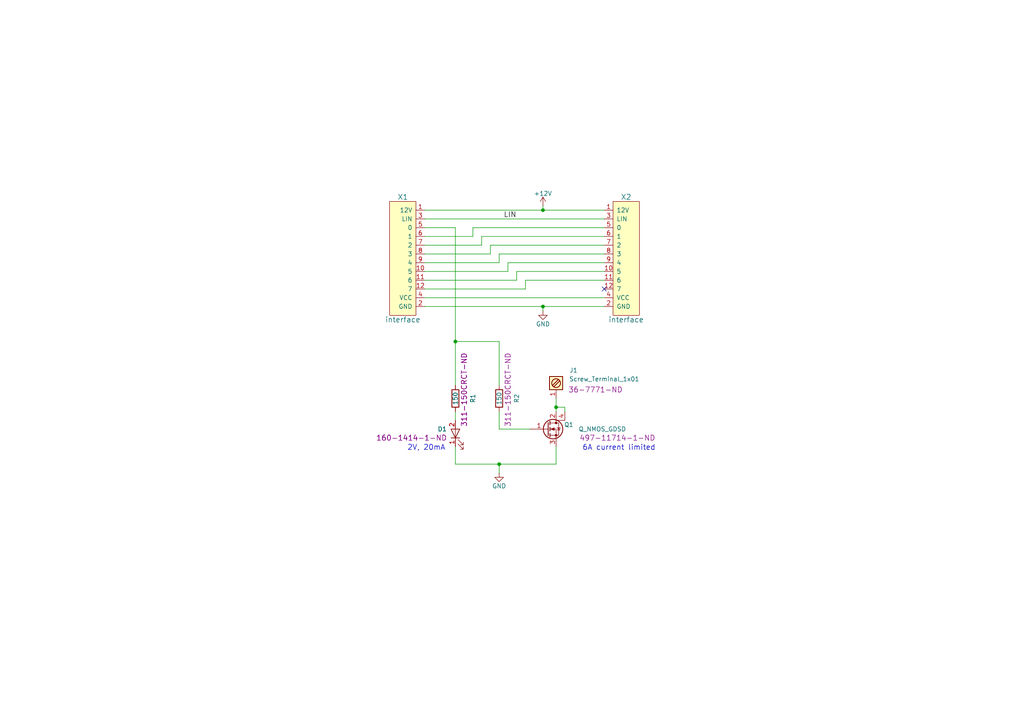
<source format=kicad_sch>
(kicad_sch (version 20230121) (generator eeschema)
  (paper "A4")
  (lib_symbols
    (symbol "interface:interface" (pin_names (offset 1.016))
      (property "Reference" "X" (at 0 17.78 0))
      (property "Value" "interface" (at 0 -17.78 0))
      (symbol "interface_0_1"
        (rectangle (start 3.81 16.51) (end -3.81 -16.51) (fill (type background)))
      )
      (symbol "interface_1_1"
        (pin bidirectional line (at 6.35 13.97 180) (length 2.54) (name "12V") (number "1"))
        (pin bidirectional line (at 6.35 -3.81 180) (length 2.54) (name "5") (number "10"))
        (pin bidirectional line (at 6.35 -6.35 180) (length 2.54) (name "6") (number "11"))
        (pin bidirectional line (at 6.35 -8.89 180) (length 2.54) (name "7") (number "12"))
        (pin bidirectional line (at 6.35 -13.97 180) (length 2.54) (name "GND") (number "2"))
        (pin bidirectional line (at 6.35 11.43 180) (length 2.54) (name "LIN") (number "3"))
        (pin input line (at 6.35 -11.43 180) (length 2.54) (name "VCC") (number "4"))
        (pin bidirectional line (at 6.35 8.89 180) (length 2.54) (name "0") (number "5"))
        (pin bidirectional line (at 6.35 6.35 180) (length 2.54) (name "1") (number "6"))
        (pin bidirectional line (at 6.35 3.81 180) (length 2.54) (name "2") (number "7"))
        (pin bidirectional line (at 6.35 1.27 180) (length 2.54) (name "3") (number "8"))
        (pin bidirectional line (at 6.35 -1.27 180) (length 2.54) (name "4") (number "9"))
      )
    )
    (symbol "switch-lowside-6a-rescue:+12V" (power) (pin_names (offset 0))
      (property "Value" "+12V" (at 0 3.556 0))
      (symbol "+12V_0_1"
        (polyline (pts (xy -0.762 1.27) (xy 0 2.54)))
        (polyline (pts (xy 0 0) (xy 0 2.54)))
        (polyline (pts (xy 0 2.54) (xy 0.762 1.27)))
      )
      (symbol "+12V_1_1"
        (pin power_in line (at 0 0 90) (length 0) hide (name "+12V") (number "1"))
      )
    )
    (symbol "switch-lowside-6a-rescue:GND" (power) (pin_names (offset 0))
      (property "Value" "GND" (at 0 -3.81 0))
      (symbol "GND_0_1"
        (polyline (pts (xy 0 0) (xy 0 -1.27) (xy 1.27 -1.27) (xy 0 -2.54) (xy -1.27 -1.27) (xy 0 -1.27)))
      )
      (symbol "GND_1_1"
        (pin power_in line (at 0 0 270) (length 0) hide (name "GND") (number "1"))
      )
    )
    (symbol "switch-lowside-6a-rescue:LED" (pin_names (offset 1.016) hide)
      (property "Reference" "D" (at 0 2.54 0))
      (property "Value" "LED" (at 0 -2.54 0))
      (symbol "LED_0_1"
        (polyline (pts (xy -1.27 -1.27) (xy -1.27 1.27)) (stroke (width 0.2032)))
        (polyline (pts (xy -1.27 0) (xy 1.27 0)))
        (polyline (pts (xy 1.27 -1.27) (xy 1.27 1.27) (xy -1.27 0) (xy 1.27 -1.27)) (stroke (width 0.2032)))
        (polyline (pts (xy -3.048 -0.762) (xy -4.572 -2.286) (xy -3.81 -2.286) (xy -4.572 -2.286) (xy -4.572 -1.524)))
        (polyline (pts (xy -1.778 -0.762) (xy -3.302 -2.286) (xy -2.54 -2.286) (xy -3.302 -2.286) (xy -3.302 -1.524)))
      )
      (symbol "LED_1_1"
        (pin passive line (at -3.81 0 0) (length 2.54) (name "K") (number "1"))
        (pin passive line (at 3.81 0 180) (length 2.54) (name "A") (number "2"))
      )
    )
    (symbol "switch-lowside-6a-rescue:Q_NMOS_GDSD" (pin_names (offset 0) hide)
      (property "Reference" "Q" (at 5.08 1.27 0))
      (property "Value" "Q_NMOS_GDSD" (at 5.08 -1.27 0))
      (symbol "Q_NMOS_GDSD_0_1"
        (polyline (pts (xy 0.762 -1.778) (xy 2.54 -1.778)))
        (polyline (pts (xy 0.762 -1.27) (xy 0.762 -2.286)) (stroke (width 0.254)))
        (polyline (pts (xy 0.762 0) (xy 2.54 0)))
        (polyline (pts (xy 0.762 0.508) (xy 0.762 -0.508)) (stroke (width 0.254)))
        (polyline (pts (xy 0.762 1.778) (xy 2.54 1.778)))
        (polyline (pts (xy 0.762 2.286) (xy 0.762 1.27)) (stroke (width 0.254)))
        (polyline (pts (xy 2.54 -1.778) (xy 2.54 -2.54)))
        (polyline (pts (xy 2.54 -1.778) (xy 2.54 0)))
        (polyline (pts (xy 2.54 2.54) (xy 2.54 1.778)))
        (polyline (pts (xy 2.54 2.54) (xy 5.08 2.54)))
        (polyline (pts (xy 0.254 1.905) (xy 0.254 -1.905) (xy 0.254 -1.905)) (stroke (width 0.254)))
        (polyline (pts (xy 1.016 0) (xy 2.032 0.381) (xy 2.032 -0.381) (xy 1.016 0)) (fill (type outline)))
        (polyline (pts (xy 2.54 -1.778) (xy 3.302 -1.778) (xy 3.302 1.778) (xy 2.54 1.778)))
        (polyline (pts (xy 2.794 0.508) (xy 2.921 0.381) (xy 3.683 0.381) (xy 3.81 0.254)))
        (polyline (pts (xy 3.302 0.381) (xy 2.921 -0.254) (xy 3.683 -0.254) (xy 3.302 0.381)))
        (circle (center 1.651 0) (radius 2.8194) (stroke (width 0.254)))
        (circle (center 2.54 -1.778) (radius 0.2794) (fill (type outline)))
        (circle (center 2.54 1.778) (radius 0.2794) (fill (type outline)))
      )
      (symbol "Q_NMOS_GDSD_1_1"
        (pin input line (at -5.08 0 0) (length 5.334) (name "G") (number "1"))
        (pin passive line (at 2.54 5.08 270) (length 2.54) (name "D") (number "2"))
        (pin passive line (at 2.54 -5.08 90) (length 2.54) (name "S") (number "3"))
        (pin passive line (at 5.08 5.08 270) (length 2.54) (name "D") (number "4"))
      )
    )
    (symbol "switch-lowside-6a-rescue:R" (pin_numbers hide) (pin_names (offset 0))
      (property "Reference" "R" (at 2.032 0 90))
      (property "Value" "R" (at 0 0 90))
      (symbol "R_0_1"
        (rectangle (start -1.016 -2.54) (end 1.016 2.54) (stroke (width 0.254)))
      )
      (symbol "R_1_1"
        (pin passive line (at 0 3.81 270) (length 1.27) (name "~") (number "1"))
        (pin passive line (at 0 -3.81 90) (length 1.27) (name "~") (number "2"))
      )
    )
    (symbol "switch-lowside-6a-rescue:Screw_Terminal_1x01" (pin_names (offset 0.762) hide)
      (property "Reference" "J" (at 0 3.81 0))
      (property "Value" "Screw_Terminal_1x01" (at -3.81 0 90))
      (symbol "Screw_Terminal_1x01_0_1"
        (rectangle (start -1.27 1.905) (end 2.54 -1.905) (stroke (width 0.254)) (fill (type background)))
        (polyline (pts (xy 0 1.016) (xy 1.651 -0.635)) (stroke (width 0.254)))
        (polyline (pts (xy 1.27 -1.016) (xy -0.381 0.635)) (stroke (width 0.254)))
        (circle (center 0.635 0) (radius 1.27) (stroke (width 0.254)))
      )
      (symbol "Screw_Terminal_1x01_1_1"
        (pin passive line (at 5.08 0 180) (length 2.54) (name "~") (number "1"))
      )
    )
  )
  (junction (at 157.48 88.9))
  (junction (at 144.78 134.62))
  (junction (at 157.48 60.96))
  (junction (at 161.29 118.11))
  (junction (at 132.08 99.06))
  (no_connect (at 175.26 83.82))
  (wire (pts (xy 144.78 76.2) (xy 123.19 76.2)))
  (wire (pts (xy 149.86 81.28) (xy 123.19 81.28)))
  (wire (pts (xy 175.26 78.74) (xy 149.86 78.74)))
  (wire (pts (xy 161.29 134.62) (xy 161.29 129.54)))
  (wire (pts (xy 137.16 66.04) (xy 137.16 68.58)))
  (wire (pts (xy 142.24 71.12) (xy 175.26 71.12)))
  (wire (pts (xy 149.86 78.74) (xy 149.86 81.28)))
  (wire (pts (xy 175.26 81.28) (xy 152.4 81.28)))
  (wire (pts (xy 152.4 83.82) (xy 123.19 83.82)))
  (wire (pts (xy 175.26 68.58) (xy 139.7 68.58)))
  (wire (pts (xy 144.78 124.46) (xy 153.67 124.46)))
  (wire (pts (xy 123.19 63.5) (xy 175.26 63.5)))
  (wire (pts (xy 132.08 99.06) (xy 132.08 111.76)))
  (wire (pts (xy 139.7 68.58) (xy 139.7 71.12)))
  (wire (pts (xy 142.24 73.66) (xy 142.24 71.12)))
  (wire (pts (xy 161.29 118.11) (xy 161.29 119.38)))
  (wire (pts (xy 137.16 68.58) (xy 123.19 68.58)))
  (wire (pts (xy 144.78 134.62) (xy 144.78 137.16)))
  (wire (pts (xy 132.08 119.38) (xy 132.08 121.92)))
  (wire (pts (xy 147.32 78.74) (xy 147.32 76.2)))
  (wire (pts (xy 123.19 88.9) (xy 157.48 88.9)))
  (wire (pts (xy 144.78 99.06) (xy 132.08 99.06)))
  (wire (pts (xy 144.78 73.66) (xy 144.78 76.2)))
  (wire (pts (xy 175.26 73.66) (xy 144.78 73.66)))
  (wire (pts (xy 123.19 78.74) (xy 147.32 78.74)))
  (wire (pts (xy 157.48 90.17) (xy 157.48 88.9)))
  (wire (pts (xy 152.4 81.28) (xy 152.4 83.82)))
  (wire (pts (xy 123.19 60.96) (xy 157.48 60.96)))
  (wire (pts (xy 157.48 88.9) (xy 175.26 88.9)))
  (wire (pts (xy 144.78 134.62) (xy 161.29 134.62)))
  (wire (pts (xy 157.48 59.69) (xy 157.48 60.96)))
  (wire (pts (xy 157.48 60.96) (xy 175.26 60.96)))
  (wire (pts (xy 175.26 66.04) (xy 137.16 66.04)))
  (wire (pts (xy 161.29 115.57) (xy 161.29 118.11)))
  (wire (pts (xy 123.19 86.36) (xy 175.26 86.36)))
  (wire (pts (xy 147.32 76.2) (xy 175.26 76.2)))
  (wire (pts (xy 144.78 111.76) (xy 144.78 99.06)))
  (wire (pts (xy 132.08 66.04) (xy 123.19 66.04)))
  (wire (pts (xy 123.19 73.66) (xy 142.24 73.66)))
  (wire (pts (xy 132.08 66.04) (xy 132.08 99.06)))
  (wire (pts (xy 144.78 119.38) (xy 144.78 124.46)))
  (wire (pts (xy 139.7 71.12) (xy 123.19 71.12)))
  (wire (pts (xy 163.83 119.38) (xy 163.83 118.11)))
  (wire (pts (xy 132.08 134.62) (xy 144.78 134.62)))
  (wire (pts (xy 132.08 129.54) (xy 132.08 134.62)))
  (wire (pts (xy 163.83 118.11) (xy 161.29 118.11)))
  (text "2V, 20mA" (at 118.11 130.81 0) (effects (font (size 1.524 1.524)) (justify left bottom)))
  (text "6A current limited" (at 168.91 130.81 0) (effects (font (size 1.524 1.524)) (justify left bottom)))
  (label "LIN" (at 146.05 63.5 0) (effects (font (size 1.524 1.524))))
  (symbol (lib_id "interface:interface") (at 116.84 74.93 0) (unit 1)
    (property "Reference" "X1" (at 116.84 57.15 0) (effects (font (size 1.524 1.524))))
    (property "Value" "interface" (at 116.84 92.71 0) (effects (font (size 1.524 1.524))))
    (property "Footprint" "interface:interface" (effects hide))
  )
  (symbol (lib_id "interface:interface") (at 181.61 74.93 0) (mirror y) (unit 1)
    (property "Reference" "X2" (at 181.61 57.15 0) (effects (font (size 1.524 1.524))))
    (property "Value" "interface" (at 181.61 92.71 0) (effects (font (size 1.524 1.524))))
    (property "Footprint" "interface:interface" (effects hide))
  )
  (symbol (lib_id "switch-lowside-6a-rescue:GND") (at 157.48 90.17 0) (unit 1)
    (property "Reference" "#PWR01" (effects hide))
    (property "Value" "GND" (at 157.48 93.98 0))
  )
  (symbol (lib_id "switch-lowside-6a-rescue:+12V") (at 157.48 59.69 0) (unit 1)
    (property "Reference" "#PWR02" (effects hide))
    (property "Value" "+12V" (at 157.48 56.134 0))
  )
  (symbol (lib_id "switch-lowside-6a-rescue:Q_NMOS_GDSD") (at 158.75 124.46 0) (unit 1)
    (property "Reference" "Q1" (at 166.37 123.19 0) (effects (justify right)))
    (property "Value" "Q_NMOS_GDSD" (at 181.61 124.46 0) (effects (justify right)))
    (property "Footprint" "TO_SOT_Packages_SMD:SOT-223" (effects hide))
    (property "Datasheet" "http://www.st.com/content/ccc/resource/technical/document/datasheet/6a/ee/fb/b9/6a/2a/40/b2/CD00232752.pdf/files/CD00232752.pdf/jcr:content/translations/en.CD00232752.pdf" (effects hide))
    (property "DIGIKEY" "497-11714-1-ND" (at 179.07 127 0) (effects (font (size 1.524 1.524))))
  )
  (symbol (lib_id "switch-lowside-6a-rescue:LED") (at 132.08 125.73 90) (unit 1)
    (property "Reference" "D1" (at 128.27 124.46 90))
    (property "Value" "LITEON-LTST-C170KGKT" (effects hide))
    (property "Footprint" "LEDs:LED_0805" (effects hide))
    (property "Datasheet" "http://optoelectronics.liteon.com/upload/download/DS22-2000-073/S_110_LTST-C170KGKT.pdf" (effects hide))
    (property "DIGIKEY" "160-1414-1-ND" (at 119.38 127 90) (effects (font (size 1.524 1.524))))
  )
  (symbol (lib_id "switch-lowside-6a-rescue:R") (at 144.78 115.57 180) (unit 1)
    (property "Reference" "R2" (at 149.86 115.57 90))
    (property "Value" "150" (at 144.78 115.57 90))
    (property "Footprint" "Resistors_SMD:R_0805" (effects hide))
    (property "DIGIKEY" "311-150CRCT-ND" (at 147.32 113.03 90) (effects (font (size 1.524 1.524))))
  )
  (symbol (lib_id "switch-lowside-6a-rescue:R") (at 132.08 115.57 180) (unit 1)
    (property "Reference" "R1" (at 137.16 115.57 90))
    (property "Value" "150" (at 132.08 115.57 90))
    (property "Footprint" "Resistors_SMD:R_0805" (effects hide))
    (property "DIGIKEY" "311-150CRCT-ND" (at 134.62 113.03 90) (effects (font (size 1.524 1.524))))
  )
  (symbol (lib_id "switch-lowside-6a-rescue:Screw_Terminal_1x01") (at 161.29 110.49 270) (unit 1)
    (property "Reference" "J1" (at 166.37 106.68 90) (effects (justify top)))
    (property "Value" "Screw_Terminal_1x01" (at 175.26 109.22 90) (effects (justify top)))
    (property "Footprint" "connectors:TERM_SCREW_M3" (effects hide))
    (property "DIGIKEY" "36-7771-ND" (at 172.72 113.03 90) (effects (font (size 1.524 1.524))))
  )
  (symbol (lib_id "switch-lowside-6a-rescue:GND") (at 144.78 137.16 0) (unit 1)
    (property "Reference" "#PWR03" (effects hide))
    (property "Value" "GND" (at 144.78 140.97 0))
  )
)
</source>
